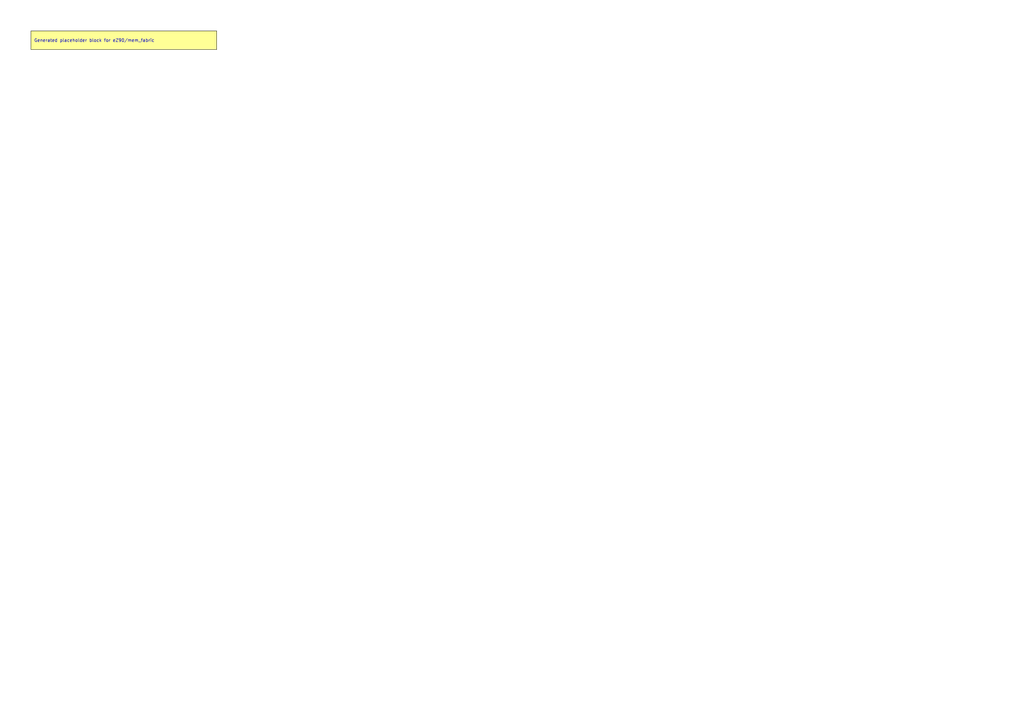
<source format=kicad_sch>
(kicad_sch
	(version 20250114)
	(generator "kicadgen")
	(generator_version "0.1")
	(uuid "46a5305b-9dce-5859-96e4-4bfb0ac74f01")
	(paper "A3")
	(title_block
		(title "eZ90::mem_fabric")
		(company "Project Carbon")
		(comment 1 "Generated - do not edit in generated/")
		(comment 2 "Edit in schem/kicad9/manual/ or refine mapping specs")
	)
	(lib_symbols)
	(text_box
		"Generated placeholder block for eZ90/mem_fabric"
		(exclude_from_sim no)
		(at
			12.7
			12.7
			0
		)
		(size 76.2 7.62)
		(margins
			1.27
			1.27
			1.27
			1.27
		)
		(stroke
			(width 0)
			(type default)
			(color
				0
				0
				0
				1
			)
		)
		(fill
			(type color)
			(color
				255
				255
				150
				1
			)
		)
		(effects
			(font
				(size 1.27 1.27)
			)
			(justify left)
		)
		(uuid "75de342a-c8f8-5f1b-971f-003a0914e398")
	)
	(sheet_instances
		(path
			"/"
			(page "1")
		)
	)
	(embedded_fonts no)
)

</source>
